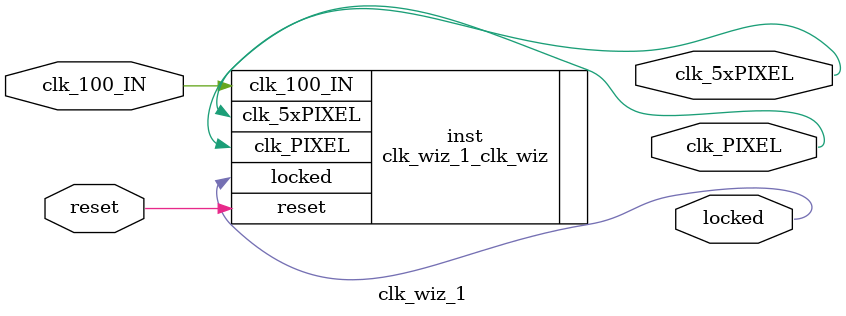
<source format=v>


`timescale 1ps/1ps

(* CORE_GENERATION_INFO = "clk_wiz_1,clk_wiz_v6_0_11_0_0,{component_name=clk_wiz_1,use_phase_alignment=true,use_min_o_jitter=false,use_max_i_jitter=false,use_dyn_phase_shift=false,use_inclk_switchover=false,use_dyn_reconfig=false,enable_axi=0,feedback_source=FDBK_AUTO,PRIMITIVE=MMCM,num_out_clk=2,clkin1_period=10.000,clkin2_period=10.000,use_power_down=false,use_reset=true,use_locked=true,use_inclk_stopped=false,feedback_type=SINGLE,CLOCK_MGR_TYPE=NA,manual_override=false}" *)

module clk_wiz_1 
 (
  // Clock out ports
  output        clk_PIXEL,
  output        clk_5xPIXEL,
  // Status and control signals
  input         reset,
  output        locked,
 // Clock in ports
  input         clk_100_IN
 );

  clk_wiz_1_clk_wiz inst
  (
  // Clock out ports  
  .clk_PIXEL(clk_PIXEL),
  .clk_5xPIXEL(clk_5xPIXEL),
  // Status and control signals               
  .reset(reset), 
  .locked(locked),
 // Clock in ports
  .clk_100_IN(clk_100_IN)
  );

endmodule

</source>
